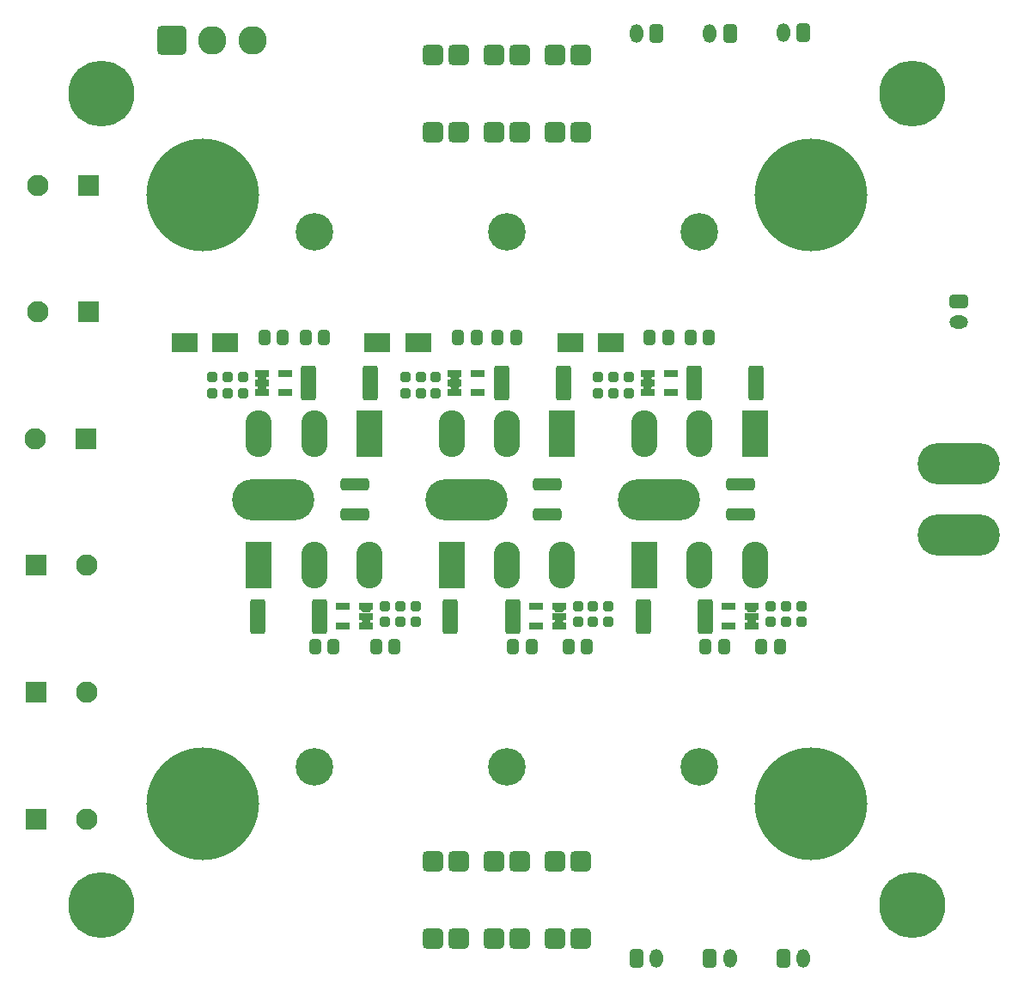
<source format=gbr>
G04 #@! TF.GenerationSoftware,KiCad,Pcbnew,6.0.2-1.fc35*
G04 #@! TF.CreationDate,2022-04-02T15:35:03-04:00*
G04 #@! TF.ProjectId,universal-half-bridge,756e6976-6572-4736-916c-2d68616c662d,rev?*
G04 #@! TF.SameCoordinates,Original*
G04 #@! TF.FileFunction,Soldermask,Bot*
G04 #@! TF.FilePolarity,Negative*
%FSLAX46Y46*%
G04 Gerber Fmt 4.6, Leading zero omitted, Abs format (unit mm)*
G04 Created by KiCad (PCBNEW 6.0.2-1.fc35) date 2022-04-02 15:35:03*
%MOMM*%
%LPD*%
G01*
G04 APERTURE LIST*
G04 Aperture macros list*
%AMRoundRect*
0 Rectangle with rounded corners*
0 $1 Rounding radius*
0 $2 $3 $4 $5 $6 $7 $8 $9 X,Y pos of 4 corners*
0 Add a 4 corners polygon primitive as box body*
4,1,4,$2,$3,$4,$5,$6,$7,$8,$9,$2,$3,0*
0 Add four circle primitives for the rounded corners*
1,1,$1+$1,$2,$3*
1,1,$1+$1,$4,$5*
1,1,$1+$1,$6,$7*
1,1,$1+$1,$8,$9*
0 Add four rect primitives between the rounded corners*
20,1,$1+$1,$2,$3,$4,$5,0*
20,1,$1+$1,$4,$5,$6,$7,0*
20,1,$1+$1,$6,$7,$8,$9,0*
20,1,$1+$1,$8,$9,$2,$3,0*%
G04 Aperture macros list end*
%ADD10O,8.102000X4.102000*%
%ADD11RoundRect,0.301000X-0.350000X-0.625000X0.350000X-0.625000X0.350000X0.625000X-0.350000X0.625000X0*%
%ADD12O,1.302000X1.852000*%
%ADD13RoundRect,0.301000X0.350000X0.625000X-0.350000X0.625000X-0.350000X-0.625000X0.350000X-0.625000X0*%
%ADD14RoundRect,0.301000X-0.625000X0.350000X-0.625000X-0.350000X0.625000X-0.350000X0.625000X0.350000X0*%
%ADD15O,1.852000X1.302000*%
%ADD16RoundRect,0.551000X0.500000X-0.500000X0.500000X0.500000X-0.500000X0.500000X-0.500000X-0.500000X0*%
%ADD17RoundRect,0.551000X-0.500000X0.500000X-0.500000X-0.500000X0.500000X-0.500000X0.500000X0.500000X0*%
%ADD18RoundRect,0.301001X-1.099999X-1.099999X1.099999X-1.099999X1.099999X1.099999X-1.099999X1.099999X0*%
%ADD19C,2.802000*%
%ADD20RoundRect,0.276000X0.250000X-0.225000X0.250000X0.225000X-0.250000X0.225000X-0.250000X-0.225000X0*%
%ADD21RoundRect,0.276000X-0.250000X0.225000X-0.250000X-0.225000X0.250000X-0.225000X0.250000X0.225000X0*%
%ADD22C,2.102000*%
%ADD23RoundRect,0.051000X-1.000000X-1.000000X1.000000X-1.000000X1.000000X1.000000X-1.000000X1.000000X0*%
%ADD24RoundRect,0.051000X1.000000X1.000000X-1.000000X1.000000X-1.000000X-1.000000X1.000000X-1.000000X0*%
%ADD25RoundRect,0.301000X1.100000X-0.325000X1.100000X0.325000X-1.100000X0.325000X-1.100000X-0.325000X0*%
%ADD26RoundRect,0.301000X0.262500X0.450000X-0.262500X0.450000X-0.262500X-0.450000X0.262500X-0.450000X0*%
%ADD27RoundRect,0.301000X-0.262500X-0.450000X0.262500X-0.450000X0.262500X0.450000X-0.262500X0.450000X0*%
%ADD28RoundRect,0.300999X0.450001X1.425001X-0.450001X1.425001X-0.450001X-1.425001X0.450001X-1.425001X0*%
%ADD29RoundRect,0.300999X-0.450001X-1.425001X0.450001X-1.425001X0.450001X1.425001X-0.450001X1.425001X0*%
%ADD30RoundRect,0.051000X1.250000X0.900000X-1.250000X0.900000X-1.250000X-0.900000X1.250000X-0.900000X0*%
%ADD31RoundRect,0.201000X0.512500X0.150000X-0.512500X0.150000X-0.512500X-0.150000X0.512500X-0.150000X0*%
%ADD32RoundRect,0.201000X-0.512500X-0.150000X0.512500X-0.150000X0.512500X0.150000X-0.512500X0.150000X0*%
%ADD33O,2.602000X4.602000*%
%ADD34RoundRect,0.051000X-1.250000X-2.250000X1.250000X-2.250000X1.250000X2.250000X-1.250000X2.250000X0*%
%ADD35O,3.702000X3.702000*%
%ADD36RoundRect,0.051000X1.250000X2.250000X-1.250000X2.250000X-1.250000X-2.250000X1.250000X-2.250000X0*%
%ADD37C,6.502000*%
%ADD38C,0.902000*%
%ADD39C,11.102000*%
%ADD40C,1.002000*%
G04 APERTURE END LIST*
D10*
X124000000Y-98000000D03*
X143000000Y-98000000D03*
X162000000Y-98000000D03*
X191500000Y-101500000D03*
X191500000Y-94500000D03*
D11*
X159750000Y-143200000D03*
D12*
X161750000Y-143200000D03*
D13*
X161750000Y-52050000D03*
D12*
X159750000Y-52050000D03*
D11*
X167000000Y-143200000D03*
D12*
X169000000Y-143200000D03*
D13*
X169000000Y-52050000D03*
D12*
X167000000Y-52050000D03*
D14*
X191550000Y-78500000D03*
D15*
X191550000Y-80500000D03*
D11*
X174250000Y-143200000D03*
D12*
X176250000Y-143200000D03*
D13*
X176250000Y-52000000D03*
D12*
X174250000Y-52000000D03*
D16*
X142270000Y-141310000D03*
X139730000Y-141310000D03*
X139730000Y-133690000D03*
X142270000Y-133690000D03*
D17*
X151730000Y-54190000D03*
X154270000Y-54190000D03*
X154270000Y-61810000D03*
X151730000Y-61810000D03*
D16*
X154270000Y-141310000D03*
X151730000Y-141310000D03*
X151730000Y-133690000D03*
X154270000Y-133690000D03*
X148270000Y-141310000D03*
X145730000Y-141310000D03*
X145730000Y-133690000D03*
X148270000Y-133690000D03*
D17*
X145730000Y-61810000D03*
X148270000Y-61810000D03*
X148270000Y-54190000D03*
X145730000Y-54190000D03*
X139730000Y-54190000D03*
X142270000Y-54190000D03*
X142270000Y-61810000D03*
X139730000Y-61810000D03*
D18*
X114012500Y-52700000D03*
D19*
X117972500Y-52700000D03*
X121932500Y-52700000D03*
D20*
X173000000Y-110050000D03*
X173000000Y-108500000D03*
X174500000Y-110050000D03*
X174500000Y-108500000D03*
X176000000Y-110050000D03*
X176000000Y-108500000D03*
D21*
X159000000Y-85950000D03*
X159000000Y-87500000D03*
X157500000Y-85950000D03*
X157500000Y-87500000D03*
X156000000Y-85950000D03*
X156000000Y-87500000D03*
D20*
X154000000Y-110050000D03*
X154000000Y-108500000D03*
X155500000Y-108500000D03*
X155500000Y-110050000D03*
X157000000Y-108500000D03*
X157000000Y-110050000D03*
D21*
X140000000Y-87500000D03*
X140000000Y-85950000D03*
X138500000Y-87500000D03*
X138500000Y-85950000D03*
X137000000Y-87500000D03*
X137000000Y-85950000D03*
D20*
X135000000Y-108500000D03*
X135000000Y-110050000D03*
X136500000Y-108500000D03*
X136500000Y-110050000D03*
X138000000Y-108500000D03*
X138000000Y-110050000D03*
D21*
X121000000Y-87500000D03*
X121000000Y-85950000D03*
X119500000Y-87500000D03*
X119500000Y-85950000D03*
X118000000Y-87500000D03*
X118000000Y-85950000D03*
D22*
X105632323Y-129500000D03*
D23*
X100632323Y-129500000D03*
D22*
X105632323Y-117000000D03*
D23*
X100632323Y-117000000D03*
X100632323Y-104500000D03*
D22*
X105632323Y-104500000D03*
D24*
X105500000Y-92000000D03*
D22*
X100500000Y-92000000D03*
D24*
X105750000Y-67000000D03*
D22*
X100750000Y-67000000D03*
D25*
X170000000Y-96525000D03*
X170000000Y-99475000D03*
X151000000Y-99475000D03*
X151000000Y-96525000D03*
D24*
X105750000Y-79500000D03*
D22*
X100750000Y-79500000D03*
D25*
X132000000Y-96525000D03*
X132000000Y-99475000D03*
D26*
X123087500Y-82000000D03*
X124912500Y-82000000D03*
D27*
X129912500Y-112500000D03*
X128087500Y-112500000D03*
D28*
X127450000Y-86500000D03*
X133550000Y-86500000D03*
D29*
X128550000Y-109500000D03*
X122450000Y-109500000D03*
D26*
X142175000Y-82000000D03*
X144000000Y-82000000D03*
D27*
X149412500Y-112500000D03*
X147587500Y-112500000D03*
D28*
X146450000Y-86500000D03*
X152550000Y-86500000D03*
D29*
X147550000Y-109500000D03*
X141450000Y-109500000D03*
D27*
X172087500Y-112500000D03*
X173912500Y-112500000D03*
D29*
X160450000Y-109500000D03*
X166550000Y-109500000D03*
D28*
X171550000Y-86500000D03*
X165450000Y-86500000D03*
D27*
X166587500Y-112500000D03*
X168412500Y-112500000D03*
D26*
X166912500Y-82000000D03*
X165087500Y-82000000D03*
D30*
X157250000Y-82500000D03*
X153250000Y-82500000D03*
X134250000Y-82500000D03*
X138250000Y-82500000D03*
D27*
X134087500Y-112500000D03*
X135912500Y-112500000D03*
D31*
X168862500Y-108550000D03*
X168862500Y-110450000D03*
X171137500Y-110450000D03*
X171137500Y-109500000D03*
X171137500Y-108550000D03*
D32*
X163137500Y-87450000D03*
X163137500Y-85550000D03*
X160862500Y-85550000D03*
X160862500Y-86500000D03*
X160862500Y-87450000D03*
D31*
X152137500Y-108550000D03*
X152137500Y-109500000D03*
X152137500Y-110450000D03*
X149862500Y-110450000D03*
X149862500Y-108550000D03*
D32*
X144137500Y-87450000D03*
X144137500Y-85550000D03*
X141862500Y-85550000D03*
X141862500Y-86500000D03*
X141862500Y-87450000D03*
D31*
X133137500Y-108550000D03*
X133137500Y-109500000D03*
X133137500Y-110450000D03*
X130862500Y-110450000D03*
X130862500Y-108550000D03*
D32*
X122862500Y-87450000D03*
X122862500Y-86500000D03*
X122862500Y-85550000D03*
X125137500Y-85550000D03*
X125137500Y-87450000D03*
D26*
X161087500Y-82000000D03*
X162912500Y-82000000D03*
X147912500Y-82000000D03*
X146087500Y-82000000D03*
D27*
X154912500Y-112500000D03*
X153087500Y-112500000D03*
D26*
X129000000Y-82000000D03*
X127175000Y-82000000D03*
D33*
X171450000Y-104500000D03*
X166000000Y-104500000D03*
D34*
X160550000Y-104500000D03*
D35*
X166000000Y-124360000D03*
X166000000Y-71640000D03*
D36*
X171450000Y-91500000D03*
D33*
X166000000Y-91500000D03*
X160550000Y-91500000D03*
D35*
X147000000Y-124360000D03*
D34*
X141550000Y-104500000D03*
D33*
X147000000Y-104500000D03*
X152450000Y-104500000D03*
D35*
X147000000Y-71640000D03*
D36*
X152450000Y-91500000D03*
D33*
X147000000Y-91500000D03*
X141550000Y-91500000D03*
D35*
X128000000Y-124360000D03*
D34*
X122550000Y-104500000D03*
D33*
X128000000Y-104500000D03*
X133450000Y-104500000D03*
D35*
X128000000Y-71640000D03*
D36*
X133450000Y-91500000D03*
D33*
X128000000Y-91500000D03*
X122550000Y-91500000D03*
D30*
X115250000Y-82500000D03*
X119250000Y-82500000D03*
D37*
X187000000Y-58000000D03*
D38*
X189400000Y-58000000D03*
X188697056Y-59697056D03*
X187000000Y-60400000D03*
X185302944Y-59697056D03*
X184600000Y-58000000D03*
X185302944Y-56302944D03*
X187000000Y-55600000D03*
X188697056Y-56302944D03*
D37*
X187000000Y-138000000D03*
D38*
X189400000Y-138000000D03*
X188697056Y-139697056D03*
X187000000Y-140400000D03*
X185302944Y-139697056D03*
X184600000Y-138000000D03*
X185302944Y-136302944D03*
X187000000Y-135600000D03*
X188697056Y-136302944D03*
D37*
X107000000Y-138000000D03*
D38*
X109400000Y-138000000D03*
X108697056Y-139697056D03*
X107000000Y-140400000D03*
X105302944Y-139697056D03*
X104600000Y-138000000D03*
X105302944Y-136302944D03*
X107000000Y-135600000D03*
X108697056Y-136302944D03*
D37*
X107000000Y-58000000D03*
D38*
X109400000Y-58000000D03*
X108697056Y-59697056D03*
X107000000Y-60400000D03*
X105302944Y-59697056D03*
X104600000Y-58000000D03*
X105302944Y-56302944D03*
X107000000Y-55600000D03*
X108697056Y-56302944D03*
D39*
X117000000Y-128000000D03*
D40*
X112875000Y-128000000D03*
X114073185Y-130926815D03*
X117000000Y-132125000D03*
X119926815Y-130926815D03*
X121125000Y-128000000D03*
X119926815Y-125073185D03*
X117000000Y-123875000D03*
X114073185Y-125073185D03*
D39*
X177000000Y-68000000D03*
D40*
X172875000Y-68000000D03*
X174073185Y-70926815D03*
X177000000Y-72125000D03*
X179926815Y-70926815D03*
X181125000Y-68000000D03*
X179926815Y-65073185D03*
X177000000Y-63875000D03*
X174073185Y-65073185D03*
D39*
X177000000Y-128000000D03*
D40*
X172875000Y-128000000D03*
X174073185Y-130926815D03*
X177000000Y-132125000D03*
X179926815Y-130926815D03*
X181125000Y-128000000D03*
X179926815Y-125073185D03*
X177000000Y-123875000D03*
X174073185Y-125073185D03*
D39*
X117000000Y-68000000D03*
D40*
X112875000Y-68000000D03*
X114073185Y-70926815D03*
X117000000Y-72125000D03*
X119926815Y-70926815D03*
X121125000Y-68000000D03*
X119926815Y-65073185D03*
X117000000Y-63875000D03*
X114073185Y-65073185D03*
G36*
X152643527Y-109850000D02*
G01*
X152643527Y-109852000D01*
X152642056Y-109852983D01*
X152641817Y-109853015D01*
X152578204Y-109881154D01*
X152540070Y-109938965D01*
X152539244Y-110008220D01*
X152575983Y-110066914D01*
X152641825Y-110096985D01*
X152642068Y-110097017D01*
X152643655Y-110098235D01*
X152643394Y-110100218D01*
X152641807Y-110101000D01*
X151633205Y-110101000D01*
X151631473Y-110100000D01*
X151631473Y-110098000D01*
X151632944Y-110097017D01*
X151633183Y-110096985D01*
X151696796Y-110068846D01*
X151734930Y-110011035D01*
X151735756Y-109941780D01*
X151699017Y-109883086D01*
X151633175Y-109853015D01*
X151632932Y-109852983D01*
X151631345Y-109851765D01*
X151631606Y-109849782D01*
X151633193Y-109849000D01*
X152641795Y-109849000D01*
X152643527Y-109850000D01*
G37*
G36*
X171643527Y-109850000D02*
G01*
X171643527Y-109852000D01*
X171642056Y-109852983D01*
X171641817Y-109853015D01*
X171578204Y-109881154D01*
X171540070Y-109938965D01*
X171539244Y-110008220D01*
X171575983Y-110066914D01*
X171641825Y-110096985D01*
X171642068Y-110097017D01*
X171643655Y-110098235D01*
X171643394Y-110100218D01*
X171641807Y-110101000D01*
X170633205Y-110101000D01*
X170631473Y-110100000D01*
X170631473Y-110098000D01*
X170632944Y-110097017D01*
X170633183Y-110096985D01*
X170696796Y-110068846D01*
X170734930Y-110011035D01*
X170735756Y-109941780D01*
X170699017Y-109883086D01*
X170633175Y-109853015D01*
X170632932Y-109852983D01*
X170631345Y-109851765D01*
X170631606Y-109849782D01*
X170633193Y-109849000D01*
X171641795Y-109849000D01*
X171643527Y-109850000D01*
G37*
G36*
X133643527Y-109850000D02*
G01*
X133643527Y-109852000D01*
X133642056Y-109852983D01*
X133641817Y-109853015D01*
X133578204Y-109881154D01*
X133540070Y-109938965D01*
X133539244Y-110008220D01*
X133575983Y-110066914D01*
X133641825Y-110096985D01*
X133642068Y-110097017D01*
X133643655Y-110098235D01*
X133643394Y-110100218D01*
X133641807Y-110101000D01*
X132633205Y-110101000D01*
X132631473Y-110100000D01*
X132631473Y-110098000D01*
X132632944Y-110097017D01*
X132633183Y-110096985D01*
X132696796Y-110068846D01*
X132734930Y-110011035D01*
X132735756Y-109941780D01*
X132699017Y-109883086D01*
X132633175Y-109853015D01*
X132632932Y-109852983D01*
X132631345Y-109851765D01*
X132631606Y-109849782D01*
X132633193Y-109849000D01*
X133641795Y-109849000D01*
X133643527Y-109850000D01*
G37*
G36*
X171643527Y-108900000D02*
G01*
X171643527Y-108902000D01*
X171642056Y-108902983D01*
X171641817Y-108903015D01*
X171578204Y-108931154D01*
X171540070Y-108988965D01*
X171539244Y-109058220D01*
X171575983Y-109116914D01*
X171641825Y-109146985D01*
X171642068Y-109147017D01*
X171643655Y-109148235D01*
X171643394Y-109150218D01*
X171641807Y-109151000D01*
X170633205Y-109151000D01*
X170631473Y-109150000D01*
X170631473Y-109148000D01*
X170632944Y-109147017D01*
X170633183Y-109146985D01*
X170696796Y-109118846D01*
X170734930Y-109061035D01*
X170735756Y-108991780D01*
X170699017Y-108933086D01*
X170633175Y-108903015D01*
X170632932Y-108902983D01*
X170631345Y-108901765D01*
X170631606Y-108899782D01*
X170633193Y-108899000D01*
X171641795Y-108899000D01*
X171643527Y-108900000D01*
G37*
G36*
X133643527Y-108900000D02*
G01*
X133643527Y-108902000D01*
X133642056Y-108902983D01*
X133641817Y-108903015D01*
X133578204Y-108931154D01*
X133540070Y-108988965D01*
X133539244Y-109058220D01*
X133575983Y-109116914D01*
X133641825Y-109146985D01*
X133642068Y-109147017D01*
X133643655Y-109148235D01*
X133643394Y-109150218D01*
X133641807Y-109151000D01*
X132633205Y-109151000D01*
X132631473Y-109150000D01*
X132631473Y-109148000D01*
X132632944Y-109147017D01*
X132633183Y-109146985D01*
X132696796Y-109118846D01*
X132734930Y-109061035D01*
X132735756Y-108991780D01*
X132699017Y-108933086D01*
X132633175Y-108903015D01*
X132632932Y-108902983D01*
X132631345Y-108901765D01*
X132631606Y-108899782D01*
X132633193Y-108899000D01*
X133641795Y-108899000D01*
X133643527Y-108900000D01*
G37*
G36*
X152643527Y-108900000D02*
G01*
X152643527Y-108902000D01*
X152642056Y-108902983D01*
X152641817Y-108903015D01*
X152578204Y-108931154D01*
X152540070Y-108988965D01*
X152539244Y-109058220D01*
X152575983Y-109116914D01*
X152641825Y-109146985D01*
X152642068Y-109147017D01*
X152643655Y-109148235D01*
X152643394Y-109150218D01*
X152641807Y-109151000D01*
X151633205Y-109151000D01*
X151631473Y-109150000D01*
X151631473Y-109148000D01*
X151632944Y-109147017D01*
X151633183Y-109146985D01*
X151696796Y-109118846D01*
X151734930Y-109061035D01*
X151735756Y-108991780D01*
X151699017Y-108933086D01*
X151633175Y-108903015D01*
X151632932Y-108902983D01*
X151631345Y-108901765D01*
X151631606Y-108899782D01*
X151633193Y-108899000D01*
X152641795Y-108899000D01*
X152643527Y-108900000D01*
G37*
G36*
X123368527Y-86850000D02*
G01*
X123368527Y-86852000D01*
X123367056Y-86852983D01*
X123366817Y-86853015D01*
X123303204Y-86881154D01*
X123265070Y-86938965D01*
X123264244Y-87008220D01*
X123300983Y-87066914D01*
X123366825Y-87096985D01*
X123367068Y-87097017D01*
X123368655Y-87098235D01*
X123368394Y-87100218D01*
X123366807Y-87101000D01*
X122358205Y-87101000D01*
X122356473Y-87100000D01*
X122356473Y-87098000D01*
X122357944Y-87097017D01*
X122358183Y-87096985D01*
X122421796Y-87068846D01*
X122459930Y-87011035D01*
X122460756Y-86941780D01*
X122424017Y-86883086D01*
X122358175Y-86853015D01*
X122357932Y-86852983D01*
X122356345Y-86851765D01*
X122356606Y-86849782D01*
X122358193Y-86849000D01*
X123366795Y-86849000D01*
X123368527Y-86850000D01*
G37*
G36*
X142368527Y-86850000D02*
G01*
X142368527Y-86852000D01*
X142367056Y-86852983D01*
X142366817Y-86853015D01*
X142303204Y-86881154D01*
X142265070Y-86938965D01*
X142264244Y-87008220D01*
X142300983Y-87066914D01*
X142366825Y-87096985D01*
X142367068Y-87097017D01*
X142368655Y-87098235D01*
X142368394Y-87100218D01*
X142366807Y-87101000D01*
X141358205Y-87101000D01*
X141356473Y-87100000D01*
X141356473Y-87098000D01*
X141357944Y-87097017D01*
X141358183Y-87096985D01*
X141421796Y-87068846D01*
X141459930Y-87011035D01*
X141460756Y-86941780D01*
X141424017Y-86883086D01*
X141358175Y-86853015D01*
X141357932Y-86852983D01*
X141356345Y-86851765D01*
X141356606Y-86849782D01*
X141358193Y-86849000D01*
X142366795Y-86849000D01*
X142368527Y-86850000D01*
G37*
G36*
X161368527Y-86850000D02*
G01*
X161368527Y-86852000D01*
X161367056Y-86852983D01*
X161366817Y-86853015D01*
X161303204Y-86881154D01*
X161265070Y-86938965D01*
X161264244Y-87008220D01*
X161300983Y-87066914D01*
X161366825Y-87096985D01*
X161367068Y-87097017D01*
X161368655Y-87098235D01*
X161368394Y-87100218D01*
X161366807Y-87101000D01*
X160358205Y-87101000D01*
X160356473Y-87100000D01*
X160356473Y-87098000D01*
X160357944Y-87097017D01*
X160358183Y-87096985D01*
X160421796Y-87068846D01*
X160459930Y-87011035D01*
X160460756Y-86941780D01*
X160424017Y-86883086D01*
X160358175Y-86853015D01*
X160357932Y-86852983D01*
X160356345Y-86851765D01*
X160356606Y-86849782D01*
X160358193Y-86849000D01*
X161366795Y-86849000D01*
X161368527Y-86850000D01*
G37*
G36*
X123368527Y-85900000D02*
G01*
X123368527Y-85902000D01*
X123367056Y-85902983D01*
X123366817Y-85903015D01*
X123303204Y-85931154D01*
X123265070Y-85988965D01*
X123264244Y-86058220D01*
X123300983Y-86116914D01*
X123366825Y-86146985D01*
X123367068Y-86147017D01*
X123368655Y-86148235D01*
X123368394Y-86150218D01*
X123366807Y-86151000D01*
X122358205Y-86151000D01*
X122356473Y-86150000D01*
X122356473Y-86148000D01*
X122357944Y-86147017D01*
X122358183Y-86146985D01*
X122421796Y-86118846D01*
X122459930Y-86061035D01*
X122460756Y-85991780D01*
X122424017Y-85933086D01*
X122358175Y-85903015D01*
X122357932Y-85902983D01*
X122356345Y-85901765D01*
X122356606Y-85899782D01*
X122358193Y-85899000D01*
X123366795Y-85899000D01*
X123368527Y-85900000D01*
G37*
G36*
X142368527Y-85900000D02*
G01*
X142368527Y-85902000D01*
X142367056Y-85902983D01*
X142366817Y-85903015D01*
X142303204Y-85931154D01*
X142265070Y-85988965D01*
X142264244Y-86058220D01*
X142300983Y-86116914D01*
X142366825Y-86146985D01*
X142367068Y-86147017D01*
X142368655Y-86148235D01*
X142368394Y-86150218D01*
X142366807Y-86151000D01*
X141358205Y-86151000D01*
X141356473Y-86150000D01*
X141356473Y-86148000D01*
X141357944Y-86147017D01*
X141358183Y-86146985D01*
X141421796Y-86118846D01*
X141459930Y-86061035D01*
X141460756Y-85991780D01*
X141424017Y-85933086D01*
X141358175Y-85903015D01*
X141357932Y-85902983D01*
X141356345Y-85901765D01*
X141356606Y-85899782D01*
X141358193Y-85899000D01*
X142366795Y-85899000D01*
X142368527Y-85900000D01*
G37*
G36*
X161368527Y-85900000D02*
G01*
X161368527Y-85902000D01*
X161367056Y-85902983D01*
X161366817Y-85903015D01*
X161303204Y-85931154D01*
X161265070Y-85988965D01*
X161264244Y-86058220D01*
X161300983Y-86116914D01*
X161366825Y-86146985D01*
X161367068Y-86147017D01*
X161368655Y-86148235D01*
X161368394Y-86150218D01*
X161366807Y-86151000D01*
X160358205Y-86151000D01*
X160356473Y-86150000D01*
X160356473Y-86148000D01*
X160357944Y-86147017D01*
X160358183Y-86146985D01*
X160421796Y-86118846D01*
X160459930Y-86061035D01*
X160460756Y-85991780D01*
X160424017Y-85933086D01*
X160358175Y-85903015D01*
X160357932Y-85902983D01*
X160356345Y-85901765D01*
X160356606Y-85899782D01*
X160358193Y-85899000D01*
X161366795Y-85899000D01*
X161368527Y-85900000D01*
G37*
M02*

</source>
